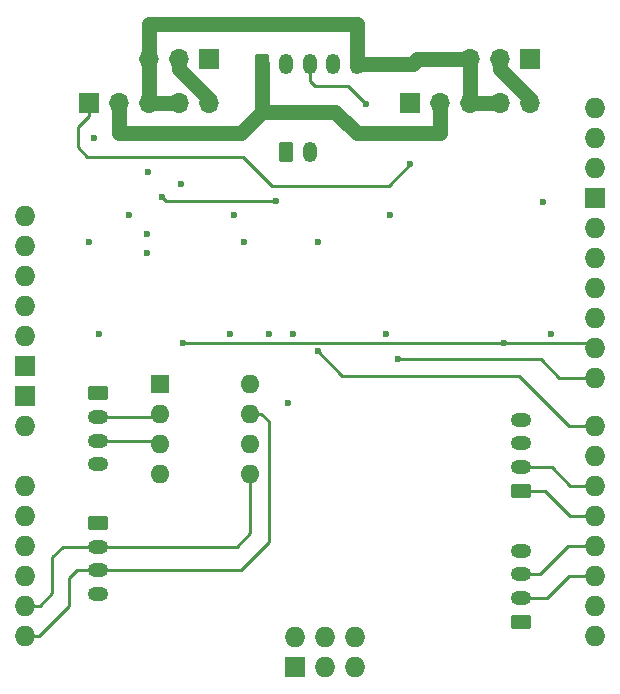
<source format=gbl>
G04 #@! TF.GenerationSoftware,KiCad,Pcbnew,7.0.0*
G04 #@! TF.CreationDate,2023-03-02T16:39:17-08:00*
G04 #@! TF.ProjectId,KYBERNETES-CHASSIS-SHIELD,4b594245-524e-4455-9445-532d43484153,rev?*
G04 #@! TF.SameCoordinates,Original*
G04 #@! TF.FileFunction,Copper,L4,Bot*
G04 #@! TF.FilePolarity,Positive*
%FSLAX46Y46*%
G04 Gerber Fmt 4.6, Leading zero omitted, Abs format (unit mm)*
G04 Created by KiCad (PCBNEW 7.0.0) date 2023-03-02 16:39:17*
%MOMM*%
%LPD*%
G01*
G04 APERTURE LIST*
G04 Aperture macros list*
%AMRoundRect*
0 Rectangle with rounded corners*
0 $1 Rounding radius*
0 $2 $3 $4 $5 $6 $7 $8 $9 X,Y pos of 4 corners*
0 Add a 4 corners polygon primitive as box body*
4,1,4,$2,$3,$4,$5,$6,$7,$8,$9,$2,$3,0*
0 Add four circle primitives for the rounded corners*
1,1,$1+$1,$2,$3*
1,1,$1+$1,$4,$5*
1,1,$1+$1,$6,$7*
1,1,$1+$1,$8,$9*
0 Add four rect primitives between the rounded corners*
20,1,$1+$1,$2,$3,$4,$5,0*
20,1,$1+$1,$4,$5,$6,$7,0*
20,1,$1+$1,$6,$7,$8,$9,0*
20,1,$1+$1,$8,$9,$2,$3,0*%
G04 Aperture macros list end*
G04 #@! TA.AperFunction,ComponentPad*
%ADD10R,1.600000X1.600000*%
G04 #@! TD*
G04 #@! TA.AperFunction,ComponentPad*
%ADD11O,1.600000X1.600000*%
G04 #@! TD*
G04 #@! TA.AperFunction,ComponentPad*
%ADD12R,1.700000X1.700000*%
G04 #@! TD*
G04 #@! TA.AperFunction,ComponentPad*
%ADD13O,1.700000X1.700000*%
G04 #@! TD*
G04 #@! TA.AperFunction,ComponentPad*
%ADD14RoundRect,0.250000X0.625000X-0.350000X0.625000X0.350000X-0.625000X0.350000X-0.625000X-0.350000X0*%
G04 #@! TD*
G04 #@! TA.AperFunction,ComponentPad*
%ADD15O,1.750000X1.200000*%
G04 #@! TD*
G04 #@! TA.AperFunction,ComponentPad*
%ADD16RoundRect,0.250000X-0.625000X0.350000X-0.625000X-0.350000X0.625000X-0.350000X0.625000X0.350000X0*%
G04 #@! TD*
G04 #@! TA.AperFunction,ComponentPad*
%ADD17O,1.727200X1.727200*%
G04 #@! TD*
G04 #@! TA.AperFunction,ComponentPad*
%ADD18R,1.727200X1.727200*%
G04 #@! TD*
G04 #@! TA.AperFunction,ComponentPad*
%ADD19RoundRect,0.250000X-0.350000X-0.625000X0.350000X-0.625000X0.350000X0.625000X-0.350000X0.625000X0*%
G04 #@! TD*
G04 #@! TA.AperFunction,ComponentPad*
%ADD20O,1.200000X1.750000*%
G04 #@! TD*
G04 #@! TA.AperFunction,ViaPad*
%ADD21C,0.600000*%
G04 #@! TD*
G04 #@! TA.AperFunction,Conductor*
%ADD22C,0.254000*%
G04 #@! TD*
G04 #@! TA.AperFunction,Conductor*
%ADD23C,1.270000*%
G04 #@! TD*
G04 APERTURE END LIST*
D10*
X139129999Y-105054999D03*
D11*
X139129999Y-107594999D03*
X139129999Y-110134999D03*
X139129999Y-112674999D03*
X146749999Y-112674999D03*
X146749999Y-110134999D03*
X146749999Y-107594999D03*
X146749999Y-105054999D03*
D12*
X143249999Y-77575118D03*
D13*
X140709999Y-77575118D03*
X138169999Y-77575118D03*
D14*
X169650000Y-114100000D03*
D15*
X169649999Y-112099999D03*
X169649999Y-110099999D03*
X169649999Y-108099999D03*
D14*
X169650000Y-125175000D03*
D15*
X169649999Y-123174999D03*
X169649999Y-121174999D03*
X169649999Y-119174999D03*
D16*
X133875000Y-116825000D03*
D15*
X133874999Y-118824999D03*
X133874999Y-120824999D03*
X133874999Y-122824999D03*
D17*
X127669999Y-90819880D03*
X127669999Y-98439880D03*
X127669999Y-100979880D03*
X155609999Y-129046880D03*
X127669999Y-113679880D03*
X127669999Y-116219880D03*
X127669999Y-118759880D03*
X127669999Y-121299880D03*
X127669999Y-123839880D03*
X127669999Y-126379880D03*
X175929999Y-86755880D03*
X175929999Y-126379880D03*
X175929999Y-123839880D03*
X175929999Y-121299880D03*
X175929999Y-118759880D03*
X175929999Y-116219880D03*
X175929999Y-113679880D03*
X175929999Y-111139880D03*
X175929999Y-108599880D03*
X175929999Y-104535880D03*
X175929999Y-101995880D03*
X175929999Y-99455880D03*
X175929999Y-96915880D03*
X175929999Y-94375880D03*
X175929999Y-91835880D03*
D18*
X175929999Y-89295880D03*
X127669999Y-103519880D03*
X127669999Y-106059880D03*
X150529999Y-129046880D03*
D17*
X127669999Y-93359880D03*
X155609999Y-126506880D03*
X153069999Y-129046880D03*
X127669999Y-95899880D03*
X150529999Y-126506880D03*
X153069999Y-126506880D03*
X175929999Y-81675880D03*
X175929999Y-84215880D03*
X127669999Y-108599880D03*
D19*
X147775000Y-77950000D03*
D20*
X149774999Y-77949999D03*
X151774999Y-77949999D03*
X153774999Y-77949999D03*
X155774999Y-77949999D03*
D19*
X149775000Y-85450000D03*
D20*
X151774999Y-85449999D03*
D12*
X133089999Y-81275118D03*
D13*
X135629999Y-81275118D03*
X138169999Y-81275118D03*
X140709999Y-81275118D03*
X143249999Y-81275118D03*
D12*
X160309999Y-81250118D03*
D13*
X162849999Y-81250118D03*
X165389999Y-81250118D03*
X167929999Y-81250118D03*
X170469999Y-81250118D03*
D16*
X133875000Y-105860000D03*
D15*
X133874999Y-107859999D03*
X133874999Y-109859999D03*
X133874999Y-111859999D03*
D12*
X170464999Y-77550118D03*
D13*
X167924999Y-77550118D03*
X165384999Y-77550118D03*
D21*
X160300000Y-86430000D03*
X138025000Y-93950000D03*
X146200000Y-93050000D03*
X140875000Y-88100000D03*
X152475000Y-93050000D03*
X133550000Y-84275000D03*
X133125000Y-93075000D03*
X158600000Y-90725000D03*
X136440000Y-90720000D03*
X145375000Y-90750000D03*
X171525000Y-89650000D03*
X138050000Y-87150000D03*
X138025000Y-92325000D03*
X156521250Y-81371250D03*
X139250000Y-89250000D03*
X148900000Y-89600000D03*
X149900000Y-106675000D03*
X145050000Y-100825000D03*
X158200000Y-100825000D03*
X133975000Y-100800000D03*
X150325000Y-100800000D03*
X172225000Y-100825000D03*
X148325000Y-100825000D03*
X152475000Y-102300000D03*
X159250000Y-102975000D03*
X141025000Y-101625000D03*
X168250000Y-101625000D03*
D22*
X138865000Y-107860000D02*
X139130000Y-107595000D01*
X133875000Y-107860000D02*
X138865000Y-107860000D01*
X138855000Y-109860000D02*
X139130000Y-110135000D01*
X133875000Y-109860000D02*
X138855000Y-109860000D01*
X173725119Y-121299881D02*
X175930000Y-121299881D01*
X169650000Y-123175000D02*
X171850000Y-123175000D01*
X171850000Y-123175000D02*
X173725119Y-121299881D01*
X173665119Y-118759881D02*
X175930000Y-118759881D01*
X169650000Y-121175000D02*
X171250000Y-121175000D01*
X171250000Y-121175000D02*
X173665119Y-118759881D01*
X146750000Y-112675000D02*
X146750000Y-117700000D01*
X130000000Y-119750000D02*
X130925000Y-118825000D01*
X127670000Y-123839881D02*
X128935119Y-123839881D01*
X128935119Y-123839881D02*
X130000000Y-122775000D01*
X130925000Y-118825000D02*
X133875000Y-118825000D01*
X133875000Y-118825000D02*
X145625000Y-118825000D01*
X130000000Y-119750000D02*
X130000000Y-122775000D01*
X145625000Y-118825000D02*
X146750000Y-117700000D01*
X148300000Y-108225000D02*
X147670000Y-107595000D01*
X128850000Y-126379881D02*
X127670000Y-126379881D01*
X145925000Y-120825000D02*
X148300000Y-118450000D01*
X132075000Y-120825000D02*
X131400000Y-121500000D01*
X131400000Y-123825000D02*
X128850000Y-126375000D01*
X131400000Y-121500000D02*
X131400000Y-123825000D01*
X147670000Y-107595000D02*
X146750000Y-107595000D01*
X133875000Y-120825000D02*
X132075000Y-120825000D01*
X133875000Y-120825000D02*
X145925000Y-120825000D01*
X128850000Y-126375000D02*
X128850000Y-126379881D01*
X148300000Y-118450000D02*
X148300000Y-108225000D01*
X175930000Y-116219881D02*
X173794881Y-116219881D01*
X171675000Y-114100000D02*
X169650000Y-114100000D01*
X173794881Y-116219881D02*
X171675000Y-114100000D01*
X175930000Y-113679881D02*
X173854881Y-113679881D01*
X173854881Y-113679881D02*
X172275000Y-112100000D01*
X172275000Y-112100000D02*
X169650000Y-112100000D01*
X158470000Y-88260000D02*
X160300000Y-86430000D01*
X146160000Y-85850000D02*
X148570000Y-88260000D01*
X132130000Y-83320000D02*
X132130000Y-85030000D01*
X132950000Y-85850000D02*
X146160000Y-85850000D01*
X133090000Y-82360000D02*
X132130000Y-83320000D01*
X132130000Y-85030000D02*
X132950000Y-85850000D01*
X133090000Y-81275119D02*
X133090000Y-82360000D01*
X148570000Y-88260000D02*
X158470000Y-88260000D01*
D23*
X145980000Y-83800000D02*
X135650000Y-83800000D01*
X135630000Y-83780000D02*
X135650000Y-83800000D01*
X155760000Y-83810000D02*
X162820000Y-83810000D01*
X147775000Y-82005000D02*
X147775000Y-77950000D01*
X162820000Y-83810000D02*
X162850000Y-83780000D01*
X153955000Y-82005000D02*
X155760000Y-83810000D01*
X147775000Y-82005000D02*
X153955000Y-82005000D01*
X135630000Y-81275119D02*
X135630000Y-83780000D01*
X147775000Y-82005000D02*
X145980000Y-83800000D01*
X162850000Y-83780000D02*
X162850000Y-81250119D01*
X138170000Y-74550000D02*
X155770000Y-74550000D01*
X165390000Y-81250119D02*
X167930000Y-81250119D01*
X155775000Y-74555000D02*
X155770000Y-74550000D01*
X165385000Y-81245119D02*
X165390000Y-81250119D01*
X138170000Y-75455000D02*
X138170000Y-74550000D01*
X138170000Y-81275119D02*
X140710000Y-81275119D01*
X165385000Y-77550119D02*
X165385000Y-81245119D01*
X138170000Y-77575119D02*
X138170000Y-75455000D01*
X160889881Y-77550119D02*
X160490000Y-77950000D01*
X165385000Y-77550119D02*
X160889881Y-77550119D01*
X155775000Y-77950000D02*
X160490000Y-77950000D01*
X138170000Y-81275119D02*
X138170000Y-77575119D01*
X155775000Y-77950000D02*
X155775000Y-74555000D01*
D22*
X154990000Y-79840000D02*
X156521250Y-81371250D01*
X151775000Y-79425000D02*
X152190000Y-79840000D01*
X151775000Y-77950000D02*
X151775000Y-79425000D01*
X152190000Y-79840000D02*
X154990000Y-79840000D01*
X148900000Y-89600000D02*
X139608000Y-89600000D01*
X139608000Y-89600000D02*
X139604000Y-89604000D01*
X139250000Y-89250000D02*
X139604000Y-89604000D01*
X152475000Y-102300000D02*
X154525000Y-104350000D01*
X154525000Y-104350000D02*
X169500000Y-104350000D01*
X173749881Y-108599881D02*
X175930000Y-108599881D01*
X169500000Y-104350000D02*
X173749881Y-108599881D01*
X172900000Y-104535881D02*
X175930000Y-104535881D01*
X171339119Y-102975000D02*
X172900000Y-104535881D01*
X159250000Y-102975000D02*
X171339119Y-102975000D01*
X141025000Y-101625000D02*
X168250000Y-101625000D01*
X175559119Y-101625000D02*
X175930000Y-101995881D01*
X168250000Y-101625000D02*
X175559119Y-101625000D01*
D23*
X143250000Y-80910000D02*
X143250000Y-81275119D01*
X140710000Y-78370000D02*
X143250000Y-80910000D01*
X140710000Y-77575119D02*
X140710000Y-78370000D01*
X167925000Y-77550119D02*
X167925000Y-78365000D01*
X170470000Y-80910000D02*
X170470000Y-81250119D01*
X170360000Y-81140119D02*
X170470000Y-81250119D01*
X167925000Y-78365000D02*
X170470000Y-80910000D01*
M02*

</source>
